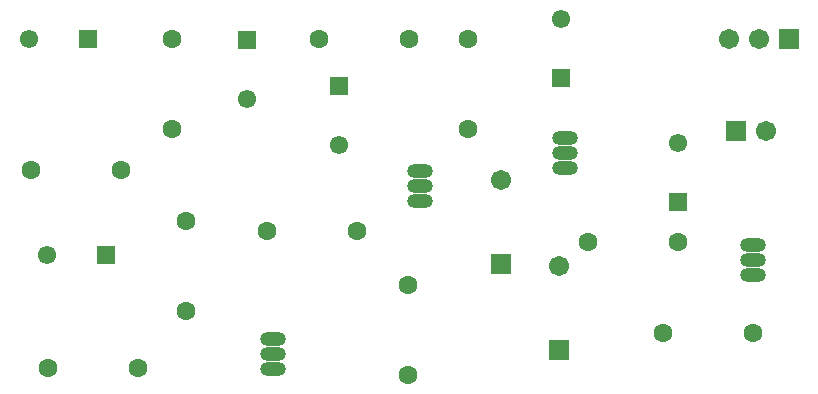
<source format=gts>
G04 Layer_Color=8388736*
%FSLAX25Y25*%
%MOIN*%
G70*
G01*
G75*
%ADD24C,0.06312*%
%ADD25C,0.06706*%
%ADD26R,0.06706X0.06706*%
%ADD27R,0.06115X0.06115*%
%ADD28C,0.06115*%
%ADD29R,0.06115X0.06115*%
%ADD30O,0.08674X0.04737*%
%ADD31O,0.08674X0.04737*%
%ADD32R,0.06706X0.06706*%
D24*
X75500Y-109500D02*
D03*
Y-79500D02*
D03*
X132500Y-83000D02*
D03*
X102500D02*
D03*
X149500Y-131000D02*
D03*
Y-101000D02*
D03*
X54000Y-62500D02*
D03*
X24000D02*
D03*
X59500Y-128500D02*
D03*
X29500D02*
D03*
X264500Y-117000D02*
D03*
X234500D02*
D03*
X209500Y-86500D02*
D03*
X239500D02*
D03*
X71000Y-19000D02*
D03*
Y-49000D02*
D03*
X169500D02*
D03*
Y-19000D02*
D03*
X120000D02*
D03*
X150000D02*
D03*
D25*
X200000Y-94524D02*
D03*
X269000Y-49500D02*
D03*
X180500Y-66024D02*
D03*
X256500Y-19000D02*
D03*
X266500D02*
D03*
D26*
X200000Y-122476D02*
D03*
X180500Y-93976D02*
D03*
D27*
X239500Y-73343D02*
D03*
X200500Y-31843D02*
D03*
X96000Y-19157D02*
D03*
X126500Y-34657D02*
D03*
D28*
X239500Y-53657D02*
D03*
X200500Y-12157D02*
D03*
X23157Y-19000D02*
D03*
X96000Y-38843D02*
D03*
X29157Y-91000D02*
D03*
X126500Y-54343D02*
D03*
D29*
X42843Y-19000D02*
D03*
X48843Y-91000D02*
D03*
D30*
X104500Y-119000D02*
D03*
X153500Y-73000D02*
D03*
X202000Y-62000D02*
D03*
X264500Y-87500D02*
D03*
D31*
X104500Y-124000D02*
D03*
Y-129000D02*
D03*
X153500Y-68000D02*
D03*
Y-63000D02*
D03*
X202000Y-57000D02*
D03*
Y-52000D02*
D03*
X264500Y-97500D02*
D03*
Y-92500D02*
D03*
D32*
X259000Y-49500D02*
D03*
X276500Y-19000D02*
D03*
M02*

</source>
